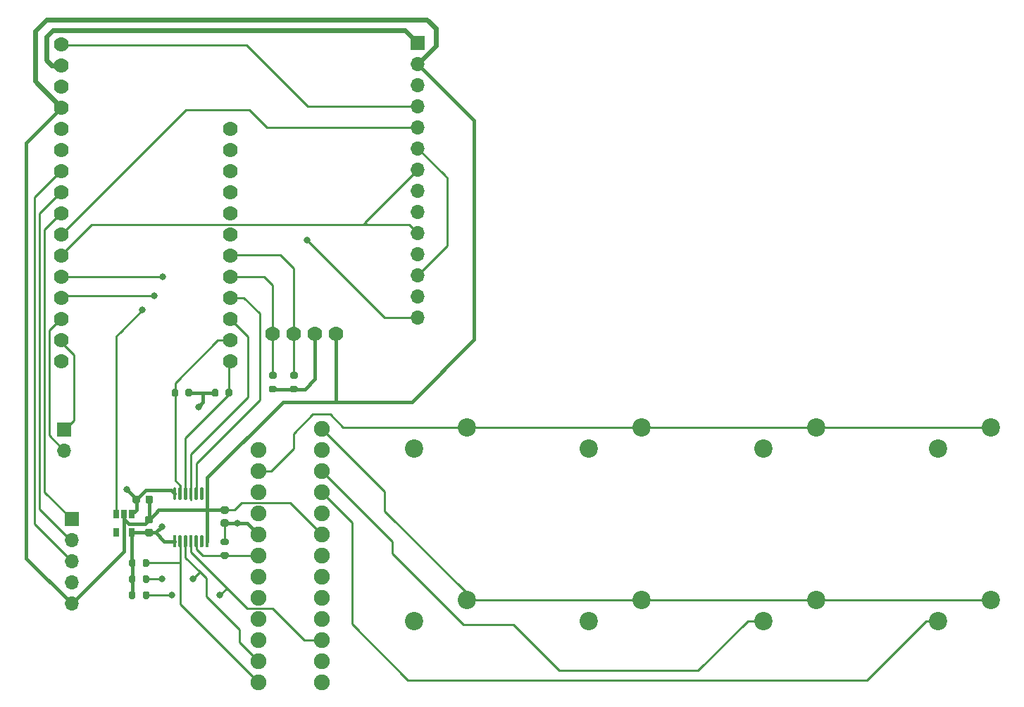
<source format=gbr>
%TF.GenerationSoftware,KiCad,Pcbnew,(5.1.9)-1*%
%TF.CreationDate,2021-03-23T20:34:14-07:00*%
%TF.ProjectId,Keyboard Proto,4b657962-6f61-4726-9420-50726f746f2e,rev?*%
%TF.SameCoordinates,Original*%
%TF.FileFunction,Copper,L1,Top*%
%TF.FilePolarity,Positive*%
%FSLAX46Y46*%
G04 Gerber Fmt 4.6, Leading zero omitted, Abs format (unit mm)*
G04 Created by KiCad (PCBNEW (5.1.9)-1) date 2021-03-23 20:34:14*
%MOMM*%
%LPD*%
G01*
G04 APERTURE LIST*
%TA.AperFunction,ComponentPad*%
%ADD10C,1.900000*%
%TD*%
%TA.AperFunction,ComponentPad*%
%ADD11C,2.200000*%
%TD*%
%TA.AperFunction,ComponentPad*%
%ADD12R,1.700000X1.700000*%
%TD*%
%TA.AperFunction,ComponentPad*%
%ADD13O,1.700000X1.700000*%
%TD*%
%TA.AperFunction,SMDPad,CuDef*%
%ADD14R,0.650000X1.060000*%
%TD*%
%TA.AperFunction,ComponentPad*%
%ADD15C,1.778000*%
%TD*%
%TA.AperFunction,ViaPad*%
%ADD16C,0.800000*%
%TD*%
%TA.AperFunction,Conductor*%
%ADD17C,0.250000*%
%TD*%
%TA.AperFunction,Conductor*%
%ADD18C,0.400000*%
%TD*%
%TA.AperFunction,Conductor*%
%ADD19C,0.600000*%
%TD*%
%TA.AperFunction,Conductor*%
%ADD20C,0.127000*%
%TD*%
G04 APERTURE END LIST*
D10*
%TO.P,U4,A1*%
%TO.N,Net-(U4-PadA1)*%
X127190500Y-136144000D03*
%TO.P,U4,A2*%
%TO.N,Net-(U4-PadA2)*%
X127190500Y-133604000D03*
%TO.P,U4,A3*%
%TO.N,1V8_RST*%
X127190500Y-131064000D03*
%TO.P,U4,B1*%
%TO.N,Net-(U4-PadB1)*%
X127190500Y-128524000D03*
%TO.P,U4,B2*%
%TO.N,Net-(U4-PadB2)*%
X127190500Y-125984000D03*
%TO.P,U4,C1*%
%TO.N,Net-(U4-PadC1)*%
X127190500Y-123444000D03*
%TO.P,U4,C2*%
%TO.N,Net-(U4-PadC2)*%
X127190500Y-120904000D03*
%TO.P,U4,C3*%
%TO.N,GND*%
X127190500Y-118364000D03*
%TO.P,U4,D1*%
%TO.N,Net-(U4-PadD1)*%
X127190500Y-115824000D03*
%TO.P,U4,D2*%
%TO.N,COL0*%
X127190500Y-113284000D03*
%TO.P,U4,E1*%
%TO.N,COL1*%
X127190500Y-110744000D03*
%TO.P,U4,E2*%
%TO.N,Net-(U4-PadE2)*%
X127190500Y-108204000D03*
%TO.P,U4,E3*%
%TO.N,ROW1*%
X127190500Y-105664000D03*
%TO.P,U4,A4*%
%TO.N,1V8_SCL*%
X119570500Y-136144000D03*
%TO.P,U4,A5*%
%TO.N,1V8_SDA*%
X119570500Y-133604000D03*
%TO.P,U4,B3*%
%TO.N,Net-(U4-PadB3)*%
X119570500Y-131064000D03*
%TO.P,U4,B4*%
%TO.N,COL2*%
X119570500Y-128524000D03*
%TO.P,U4,B5*%
%TO.N,COL3*%
X119570500Y-125984000D03*
%TO.P,U4,C4*%
%TO.N,Net-(U4-PadC4)*%
X119570500Y-123444000D03*
%TO.P,U4,C5*%
%TO.N,1V8_KBDINT*%
X119570500Y-120904000D03*
%TO.P,U4,D3*%
%TO.N,1V8*%
X119570500Y-118364000D03*
%TO.P,U4,D4*%
%TO.N,Net-(U4-PadD4)*%
X119570500Y-115824000D03*
%TO.P,U4,D5*%
%TO.N,Net-(U4-PadD5)*%
X119570500Y-113284000D03*
%TO.P,U4,E4*%
%TO.N,ROW0*%
X119570500Y-110744000D03*
%TO.P,U4,E5*%
%TO.N,Net-(U4-PadE5)*%
X119570500Y-108204000D03*
%TD*%
%TO.P,R6,1*%
%TO.N,1V8_SDA*%
%TA.AperFunction,SMDPad,CuDef*%
G36*
G01*
X106444500Y-123454750D02*
X106444500Y-124004750D01*
G75*
G02*
X106244500Y-124204750I-200000J0D01*
G01*
X105844500Y-124204750D01*
G75*
G02*
X105644500Y-124004750I0J200000D01*
G01*
X105644500Y-123454750D01*
G75*
G02*
X105844500Y-123254750I200000J0D01*
G01*
X106244500Y-123254750D01*
G75*
G02*
X106444500Y-123454750I0J-200000D01*
G01*
G37*
%TD.AperFunction*%
%TO.P,R6,2*%
%TO.N,1V8*%
%TA.AperFunction,SMDPad,CuDef*%
G36*
G01*
X104794500Y-123454750D02*
X104794500Y-124004750D01*
G75*
G02*
X104594500Y-124204750I-200000J0D01*
G01*
X104194500Y-124204750D01*
G75*
G02*
X103994500Y-124004750I0J200000D01*
G01*
X103994500Y-123454750D01*
G75*
G02*
X104194500Y-123254750I200000J0D01*
G01*
X104594500Y-123254750D01*
G75*
G02*
X104794500Y-123454750I0J-200000D01*
G01*
G37*
%TD.AperFunction*%
%TD*%
D11*
%TO.P,Q1,1*%
%TO.N,ROW0*%
X165608000Y-105486200D03*
%TO.P,Q1,2*%
%TO.N,COL2*%
X159258000Y-108026200D03*
%TD*%
%TO.P,R7,1*%
%TO.N,SDA*%
%TA.AperFunction,SMDPad,CuDef*%
G36*
G01*
X121010000Y-98851000D02*
X121560000Y-98851000D01*
G75*
G02*
X121760000Y-99051000I0J-200000D01*
G01*
X121760000Y-99451000D01*
G75*
G02*
X121560000Y-99651000I-200000J0D01*
G01*
X121010000Y-99651000D01*
G75*
G02*
X120810000Y-99451000I0J200000D01*
G01*
X120810000Y-99051000D01*
G75*
G02*
X121010000Y-98851000I200000J0D01*
G01*
G37*
%TD.AperFunction*%
%TO.P,R7,2*%
%TO.N,3V3*%
%TA.AperFunction,SMDPad,CuDef*%
G36*
G01*
X121010000Y-100501000D02*
X121560000Y-100501000D01*
G75*
G02*
X121760000Y-100701000I0J-200000D01*
G01*
X121760000Y-101101000D01*
G75*
G02*
X121560000Y-101301000I-200000J0D01*
G01*
X121010000Y-101301000D01*
G75*
G02*
X120810000Y-101101000I0J200000D01*
G01*
X120810000Y-100701000D01*
G75*
G02*
X121010000Y-100501000I200000J0D01*
G01*
G37*
%TD.AperFunction*%
%TD*%
%TO.P,R8,2*%
%TO.N,3V3*%
%TA.AperFunction,SMDPad,CuDef*%
G36*
G01*
X123550000Y-100501000D02*
X124100000Y-100501000D01*
G75*
G02*
X124300000Y-100701000I0J-200000D01*
G01*
X124300000Y-101101000D01*
G75*
G02*
X124100000Y-101301000I-200000J0D01*
G01*
X123550000Y-101301000D01*
G75*
G02*
X123350000Y-101101000I0J200000D01*
G01*
X123350000Y-100701000D01*
G75*
G02*
X123550000Y-100501000I200000J0D01*
G01*
G37*
%TD.AperFunction*%
%TO.P,R8,1*%
%TO.N,SCL*%
%TA.AperFunction,SMDPad,CuDef*%
G36*
G01*
X123550000Y-98851000D02*
X124100000Y-98851000D01*
G75*
G02*
X124300000Y-99051000I0J-200000D01*
G01*
X124300000Y-99451000D01*
G75*
G02*
X124100000Y-99651000I-200000J0D01*
G01*
X123550000Y-99651000D01*
G75*
G02*
X123350000Y-99451000I0J200000D01*
G01*
X123350000Y-99051000D01*
G75*
G02*
X123550000Y-98851000I200000J0D01*
G01*
G37*
%TD.AperFunction*%
%TD*%
%TO.P,A1,2*%
%TO.N,COL2*%
X159258000Y-128752600D03*
%TO.P,A1,1*%
%TO.N,ROW1*%
X165608000Y-126212600D03*
%TD*%
%TO.P,D1,2*%
%TO.N,COL0*%
X201269600Y-128752600D03*
%TO.P,D1,1*%
%TO.N,ROW1*%
X207619600Y-126212600D03*
%TD*%
%TO.P,Shift1,1*%
%TO.N,ROW0*%
X144602200Y-105486200D03*
%TO.P,Shift1,2*%
%TO.N,COL3*%
X138252200Y-108026200D03*
%TD*%
%TO.P,Ctrl1,2*%
%TO.N,COL3*%
X138252200Y-128752600D03*
%TO.P,Ctrl1,1*%
%TO.N,ROW1*%
X144602200Y-126212600D03*
%TD*%
%TO.P,S1,1*%
%TO.N,ROW1*%
X186613800Y-126212600D03*
%TO.P,S1,2*%
%TO.N,COL1*%
X180263800Y-128752600D03*
%TD*%
%TO.P,E1,1*%
%TO.N,ROW0*%
X207619600Y-105486200D03*
%TO.P,E1,2*%
%TO.N,COL0*%
X201269600Y-108026200D03*
%TD*%
%TO.P,W1,2*%
%TO.N,COL1*%
X180263800Y-108026200D03*
%TO.P,W1,1*%
%TO.N,ROW0*%
X186613800Y-105486200D03*
%TD*%
D12*
%TO.P,J1,1*%
%TO.N,3V3*%
X138734800Y-59283600D03*
D13*
%TO.P,J1,2*%
%TO.N,GND*%
X138734800Y-61823600D03*
%TO.P,J1,3*%
%TO.N,D_CS*%
X138734800Y-64363600D03*
%TO.P,J1,4*%
%TO.N,RST*%
X138734800Y-66903600D03*
%TO.P,J1,5*%
%TO.N,D_DC*%
X138734800Y-69443600D03*
%TO.P,J1,6*%
%TO.N,MOSI*%
X138734800Y-71983600D03*
%TO.P,J1,7*%
%TO.N,SCK*%
X138734800Y-74523600D03*
%TO.P,J1,8*%
%TO.N,3V3*%
X138734800Y-77063600D03*
%TO.P,J1,9*%
%TO.N,MISO*%
X138734800Y-79603600D03*
%TO.P,J1,10*%
%TO.N,SCK*%
X138734800Y-82143600D03*
%TO.P,J1,11*%
%TO.N,T_CS*%
X138734800Y-84683600D03*
%TO.P,J1,12*%
%TO.N,MOSI*%
X138734800Y-87223600D03*
%TO.P,J1,13*%
%TO.N,MISO*%
X138734800Y-89763600D03*
%TO.P,J1,14*%
%TO.N,T_IRQ*%
X138734800Y-92303600D03*
%TD*%
%TO.P,C1,1*%
%TO.N,3V3*%
%TA.AperFunction,SMDPad,CuDef*%
G36*
G01*
X104439000Y-114423000D02*
X104439000Y-113923000D01*
G75*
G02*
X104664000Y-113698000I225000J0D01*
G01*
X105114000Y-113698000D01*
G75*
G02*
X105339000Y-113923000I0J-225000D01*
G01*
X105339000Y-114423000D01*
G75*
G02*
X105114000Y-114648000I-225000J0D01*
G01*
X104664000Y-114648000D01*
G75*
G02*
X104439000Y-114423000I0J225000D01*
G01*
G37*
%TD.AperFunction*%
%TO.P,C1,2*%
%TO.N,GND*%
%TA.AperFunction,SMDPad,CuDef*%
G36*
G01*
X105989000Y-114423000D02*
X105989000Y-113923000D01*
G75*
G02*
X106214000Y-113698000I225000J0D01*
G01*
X106664000Y-113698000D01*
G75*
G02*
X106889000Y-113923000I0J-225000D01*
G01*
X106889000Y-114423000D01*
G75*
G02*
X106664000Y-114648000I-225000J0D01*
G01*
X106214000Y-114648000D01*
G75*
G02*
X105989000Y-114423000I0J225000D01*
G01*
G37*
%TD.AperFunction*%
%TD*%
%TO.P,C2,2*%
%TO.N,GND*%
%TA.AperFunction,SMDPad,CuDef*%
G36*
G01*
X106663300Y-117048400D02*
X106163300Y-117048400D01*
G75*
G02*
X105938300Y-116823400I0J225000D01*
G01*
X105938300Y-116373400D01*
G75*
G02*
X106163300Y-116148400I225000J0D01*
G01*
X106663300Y-116148400D01*
G75*
G02*
X106888300Y-116373400I0J-225000D01*
G01*
X106888300Y-116823400D01*
G75*
G02*
X106663300Y-117048400I-225000J0D01*
G01*
G37*
%TD.AperFunction*%
%TO.P,C2,1*%
%TO.N,1V8*%
%TA.AperFunction,SMDPad,CuDef*%
G36*
G01*
X106663300Y-118598400D02*
X106163300Y-118598400D01*
G75*
G02*
X105938300Y-118373400I0J225000D01*
G01*
X105938300Y-117923400D01*
G75*
G02*
X106163300Y-117698400I225000J0D01*
G01*
X106663300Y-117698400D01*
G75*
G02*
X106888300Y-117923400I0J-225000D01*
G01*
X106888300Y-118373400D01*
G75*
G02*
X106663300Y-118598400I-225000J0D01*
G01*
G37*
%TD.AperFunction*%
%TD*%
%TO.P,R1,2*%
%TO.N,1V8*%
%TA.AperFunction,SMDPad,CuDef*%
G36*
G01*
X104794500Y-125391500D02*
X104794500Y-125941500D01*
G75*
G02*
X104594500Y-126141500I-200000J0D01*
G01*
X104194500Y-126141500D01*
G75*
G02*
X103994500Y-125941500I0J200000D01*
G01*
X103994500Y-125391500D01*
G75*
G02*
X104194500Y-125191500I200000J0D01*
G01*
X104594500Y-125191500D01*
G75*
G02*
X104794500Y-125391500I0J-200000D01*
G01*
G37*
%TD.AperFunction*%
%TO.P,R1,1*%
%TO.N,1V8_RST*%
%TA.AperFunction,SMDPad,CuDef*%
G36*
G01*
X106444500Y-125391500D02*
X106444500Y-125941500D01*
G75*
G02*
X106244500Y-126141500I-200000J0D01*
G01*
X105844500Y-126141500D01*
G75*
G02*
X105644500Y-125941500I0J200000D01*
G01*
X105644500Y-125391500D01*
G75*
G02*
X105844500Y-125191500I200000J0D01*
G01*
X106244500Y-125191500D01*
G75*
G02*
X106444500Y-125391500I0J-200000D01*
G01*
G37*
%TD.AperFunction*%
%TD*%
%TO.P,R2,1*%
%TO.N,3V3_SCL*%
%TA.AperFunction,SMDPad,CuDef*%
G36*
G01*
X109138000Y-101621000D02*
X109138000Y-101071000D01*
G75*
G02*
X109338000Y-100871000I200000J0D01*
G01*
X109738000Y-100871000D01*
G75*
G02*
X109938000Y-101071000I0J-200000D01*
G01*
X109938000Y-101621000D01*
G75*
G02*
X109738000Y-101821000I-200000J0D01*
G01*
X109338000Y-101821000D01*
G75*
G02*
X109138000Y-101621000I0J200000D01*
G01*
G37*
%TD.AperFunction*%
%TO.P,R2,2*%
%TO.N,3V3*%
%TA.AperFunction,SMDPad,CuDef*%
G36*
G01*
X110788000Y-101621000D02*
X110788000Y-101071000D01*
G75*
G02*
X110988000Y-100871000I200000J0D01*
G01*
X111388000Y-100871000D01*
G75*
G02*
X111588000Y-101071000I0J-200000D01*
G01*
X111588000Y-101621000D01*
G75*
G02*
X111388000Y-101821000I-200000J0D01*
G01*
X110988000Y-101821000D01*
G75*
G02*
X110788000Y-101621000I0J200000D01*
G01*
G37*
%TD.AperFunction*%
%TD*%
%TO.P,R3,1*%
%TO.N,1V8_KBDINT*%
%TA.AperFunction,SMDPad,CuDef*%
G36*
G01*
X115781500Y-121303500D02*
X115231500Y-121303500D01*
G75*
G02*
X115031500Y-121103500I0J200000D01*
G01*
X115031500Y-120703500D01*
G75*
G02*
X115231500Y-120503500I200000J0D01*
G01*
X115781500Y-120503500D01*
G75*
G02*
X115981500Y-120703500I0J-200000D01*
G01*
X115981500Y-121103500D01*
G75*
G02*
X115781500Y-121303500I-200000J0D01*
G01*
G37*
%TD.AperFunction*%
%TO.P,R3,2*%
%TO.N,1V8*%
%TA.AperFunction,SMDPad,CuDef*%
G36*
G01*
X115781500Y-119653500D02*
X115231500Y-119653500D01*
G75*
G02*
X115031500Y-119453500I0J200000D01*
G01*
X115031500Y-119053500D01*
G75*
G02*
X115231500Y-118853500I200000J0D01*
G01*
X115781500Y-118853500D01*
G75*
G02*
X115981500Y-119053500I0J-200000D01*
G01*
X115981500Y-119453500D01*
G75*
G02*
X115781500Y-119653500I-200000J0D01*
G01*
G37*
%TD.AperFunction*%
%TD*%
%TO.P,R4,2*%
%TO.N,3V3*%
%TA.AperFunction,SMDPad,CuDef*%
G36*
G01*
X114764000Y-101071000D02*
X114764000Y-101621000D01*
G75*
G02*
X114564000Y-101821000I-200000J0D01*
G01*
X114164000Y-101821000D01*
G75*
G02*
X113964000Y-101621000I0J200000D01*
G01*
X113964000Y-101071000D01*
G75*
G02*
X114164000Y-100871000I200000J0D01*
G01*
X114564000Y-100871000D01*
G75*
G02*
X114764000Y-101071000I0J-200000D01*
G01*
G37*
%TD.AperFunction*%
%TO.P,R4,1*%
%TO.N,3V3_SDA*%
%TA.AperFunction,SMDPad,CuDef*%
G36*
G01*
X116414000Y-101071000D02*
X116414000Y-101621000D01*
G75*
G02*
X116214000Y-101821000I-200000J0D01*
G01*
X115814000Y-101821000D01*
G75*
G02*
X115614000Y-101621000I0J200000D01*
G01*
X115614000Y-101071000D01*
G75*
G02*
X115814000Y-100871000I200000J0D01*
G01*
X116214000Y-100871000D01*
G75*
G02*
X116414000Y-101071000I0J-200000D01*
G01*
G37*
%TD.AperFunction*%
%TD*%
%TO.P,R5,2*%
%TO.N,1V8*%
%TA.AperFunction,SMDPad,CuDef*%
G36*
G01*
X104794500Y-121518000D02*
X104794500Y-122068000D01*
G75*
G02*
X104594500Y-122268000I-200000J0D01*
G01*
X104194500Y-122268000D01*
G75*
G02*
X103994500Y-122068000I0J200000D01*
G01*
X103994500Y-121518000D01*
G75*
G02*
X104194500Y-121318000I200000J0D01*
G01*
X104594500Y-121318000D01*
G75*
G02*
X104794500Y-121518000I0J-200000D01*
G01*
G37*
%TD.AperFunction*%
%TO.P,R5,1*%
%TO.N,1V8_SCL*%
%TA.AperFunction,SMDPad,CuDef*%
G36*
G01*
X106444500Y-121518000D02*
X106444500Y-122068000D01*
G75*
G02*
X106244500Y-122268000I-200000J0D01*
G01*
X105844500Y-122268000D01*
G75*
G02*
X105644500Y-122068000I0J200000D01*
G01*
X105644500Y-121518000D01*
G75*
G02*
X105844500Y-121318000I200000J0D01*
G01*
X106244500Y-121318000D01*
G75*
G02*
X106444500Y-121518000I0J-200000D01*
G01*
G37*
%TD.AperFunction*%
%TD*%
%TO.P,U2,1*%
%TO.N,1V8*%
%TA.AperFunction,SMDPad,CuDef*%
G36*
G01*
X109592500Y-119932000D02*
X109392500Y-119932000D01*
G75*
G02*
X109292500Y-119832000I0J100000D01*
G01*
X109292500Y-118557000D01*
G75*
G02*
X109392500Y-118457000I100000J0D01*
G01*
X109592500Y-118457000D01*
G75*
G02*
X109692500Y-118557000I0J-100000D01*
G01*
X109692500Y-119832000D01*
G75*
G02*
X109592500Y-119932000I-100000J0D01*
G01*
G37*
%TD.AperFunction*%
%TO.P,U2,2*%
%TO.N,1V8_SCL*%
%TA.AperFunction,SMDPad,CuDef*%
G36*
G01*
X110242500Y-119932000D02*
X110042500Y-119932000D01*
G75*
G02*
X109942500Y-119832000I0J100000D01*
G01*
X109942500Y-118557000D01*
G75*
G02*
X110042500Y-118457000I100000J0D01*
G01*
X110242500Y-118457000D01*
G75*
G02*
X110342500Y-118557000I0J-100000D01*
G01*
X110342500Y-119832000D01*
G75*
G02*
X110242500Y-119932000I-100000J0D01*
G01*
G37*
%TD.AperFunction*%
%TO.P,U2,3*%
%TO.N,1V8_SDA*%
%TA.AperFunction,SMDPad,CuDef*%
G36*
G01*
X110892500Y-119932000D02*
X110692500Y-119932000D01*
G75*
G02*
X110592500Y-119832000I0J100000D01*
G01*
X110592500Y-118557000D01*
G75*
G02*
X110692500Y-118457000I100000J0D01*
G01*
X110892500Y-118457000D01*
G75*
G02*
X110992500Y-118557000I0J-100000D01*
G01*
X110992500Y-119832000D01*
G75*
G02*
X110892500Y-119932000I-100000J0D01*
G01*
G37*
%TD.AperFunction*%
%TO.P,U2,4*%
%TO.N,1V8_RST*%
%TA.AperFunction,SMDPad,CuDef*%
G36*
G01*
X111542500Y-119932000D02*
X111342500Y-119932000D01*
G75*
G02*
X111242500Y-119832000I0J100000D01*
G01*
X111242500Y-118557000D01*
G75*
G02*
X111342500Y-118457000I100000J0D01*
G01*
X111542500Y-118457000D01*
G75*
G02*
X111642500Y-118557000I0J-100000D01*
G01*
X111642500Y-119832000D01*
G75*
G02*
X111542500Y-119932000I-100000J0D01*
G01*
G37*
%TD.AperFunction*%
%TO.P,U2,5*%
%TO.N,1V8_KBDINT*%
%TA.AperFunction,SMDPad,CuDef*%
G36*
G01*
X112192500Y-119932000D02*
X111992500Y-119932000D01*
G75*
G02*
X111892500Y-119832000I0J100000D01*
G01*
X111892500Y-118557000D01*
G75*
G02*
X111992500Y-118457000I100000J0D01*
G01*
X112192500Y-118457000D01*
G75*
G02*
X112292500Y-118557000I0J-100000D01*
G01*
X112292500Y-119832000D01*
G75*
G02*
X112192500Y-119932000I-100000J0D01*
G01*
G37*
%TD.AperFunction*%
%TO.P,U2,6*%
%TO.N,Net-(U2-Pad6)*%
%TA.AperFunction,SMDPad,CuDef*%
G36*
G01*
X112842500Y-119932000D02*
X112642500Y-119932000D01*
G75*
G02*
X112542500Y-119832000I0J100000D01*
G01*
X112542500Y-118557000D01*
G75*
G02*
X112642500Y-118457000I100000J0D01*
G01*
X112842500Y-118457000D01*
G75*
G02*
X112942500Y-118557000I0J-100000D01*
G01*
X112942500Y-119832000D01*
G75*
G02*
X112842500Y-119932000I-100000J0D01*
G01*
G37*
%TD.AperFunction*%
%TO.P,U2,7*%
%TO.N,GND*%
%TA.AperFunction,SMDPad,CuDef*%
G36*
G01*
X113492500Y-119932000D02*
X113292500Y-119932000D01*
G75*
G02*
X113192500Y-119832000I0J100000D01*
G01*
X113192500Y-118557000D01*
G75*
G02*
X113292500Y-118457000I100000J0D01*
G01*
X113492500Y-118457000D01*
G75*
G02*
X113592500Y-118557000I0J-100000D01*
G01*
X113592500Y-119832000D01*
G75*
G02*
X113492500Y-119932000I-100000J0D01*
G01*
G37*
%TD.AperFunction*%
%TO.P,U2,8*%
%TA.AperFunction,SMDPad,CuDef*%
G36*
G01*
X113492500Y-114207000D02*
X113292500Y-114207000D01*
G75*
G02*
X113192500Y-114107000I0J100000D01*
G01*
X113192500Y-112832000D01*
G75*
G02*
X113292500Y-112732000I100000J0D01*
G01*
X113492500Y-112732000D01*
G75*
G02*
X113592500Y-112832000I0J-100000D01*
G01*
X113592500Y-114107000D01*
G75*
G02*
X113492500Y-114207000I-100000J0D01*
G01*
G37*
%TD.AperFunction*%
%TO.P,U2,9*%
%TO.N,Net-(U2-Pad9)*%
%TA.AperFunction,SMDPad,CuDef*%
G36*
G01*
X112842500Y-114207000D02*
X112642500Y-114207000D01*
G75*
G02*
X112542500Y-114107000I0J100000D01*
G01*
X112542500Y-112832000D01*
G75*
G02*
X112642500Y-112732000I100000J0D01*
G01*
X112842500Y-112732000D01*
G75*
G02*
X112942500Y-112832000I0J-100000D01*
G01*
X112942500Y-114107000D01*
G75*
G02*
X112842500Y-114207000I-100000J0D01*
G01*
G37*
%TD.AperFunction*%
%TO.P,U2,10*%
%TO.N,3V3_KBDINT*%
%TA.AperFunction,SMDPad,CuDef*%
G36*
G01*
X112192500Y-114207000D02*
X111992500Y-114207000D01*
G75*
G02*
X111892500Y-114107000I0J100000D01*
G01*
X111892500Y-112832000D01*
G75*
G02*
X111992500Y-112732000I100000J0D01*
G01*
X112192500Y-112732000D01*
G75*
G02*
X112292500Y-112832000I0J-100000D01*
G01*
X112292500Y-114107000D01*
G75*
G02*
X112192500Y-114207000I-100000J0D01*
G01*
G37*
%TD.AperFunction*%
%TO.P,U2,11*%
%TO.N,3V3_RST*%
%TA.AperFunction,SMDPad,CuDef*%
G36*
G01*
X111542500Y-114207000D02*
X111342500Y-114207000D01*
G75*
G02*
X111242500Y-114107000I0J100000D01*
G01*
X111242500Y-112832000D01*
G75*
G02*
X111342500Y-112732000I100000J0D01*
G01*
X111542500Y-112732000D01*
G75*
G02*
X111642500Y-112832000I0J-100000D01*
G01*
X111642500Y-114107000D01*
G75*
G02*
X111542500Y-114207000I-100000J0D01*
G01*
G37*
%TD.AperFunction*%
%TO.P,U2,12*%
%TO.N,3V3_SDA*%
%TA.AperFunction,SMDPad,CuDef*%
G36*
G01*
X110892500Y-114207000D02*
X110692500Y-114207000D01*
G75*
G02*
X110592500Y-114107000I0J100000D01*
G01*
X110592500Y-112832000D01*
G75*
G02*
X110692500Y-112732000I100000J0D01*
G01*
X110892500Y-112732000D01*
G75*
G02*
X110992500Y-112832000I0J-100000D01*
G01*
X110992500Y-114107000D01*
G75*
G02*
X110892500Y-114207000I-100000J0D01*
G01*
G37*
%TD.AperFunction*%
%TO.P,U2,13*%
%TO.N,3V3_SCL*%
%TA.AperFunction,SMDPad,CuDef*%
G36*
G01*
X110242500Y-114207000D02*
X110042500Y-114207000D01*
G75*
G02*
X109942500Y-114107000I0J100000D01*
G01*
X109942500Y-112832000D01*
G75*
G02*
X110042500Y-112732000I100000J0D01*
G01*
X110242500Y-112732000D01*
G75*
G02*
X110342500Y-112832000I0J-100000D01*
G01*
X110342500Y-114107000D01*
G75*
G02*
X110242500Y-114207000I-100000J0D01*
G01*
G37*
%TD.AperFunction*%
%TO.P,U2,14*%
%TO.N,3V3*%
%TA.AperFunction,SMDPad,CuDef*%
G36*
G01*
X109592500Y-114207000D02*
X109392500Y-114207000D01*
G75*
G02*
X109292500Y-114107000I0J100000D01*
G01*
X109292500Y-112832000D01*
G75*
G02*
X109392500Y-112732000I100000J0D01*
G01*
X109592500Y-112732000D01*
G75*
G02*
X109692500Y-112832000I0J-100000D01*
G01*
X109692500Y-114107000D01*
G75*
G02*
X109592500Y-114207000I-100000J0D01*
G01*
G37*
%TD.AperFunction*%
%TD*%
D14*
%TO.P,U3,1*%
%TO.N,3V3*%
X104353400Y-115943200D03*
%TO.P,U3,2*%
%TO.N,GND*%
X103403400Y-115943200D03*
%TO.P,U3,3*%
%TO.N,EN*%
X102453400Y-115943200D03*
%TO.P,U3,4*%
%TO.N,Net-(U3-Pad4)*%
X102453400Y-118143200D03*
%TO.P,U3,5*%
%TO.N,1V8*%
X104353400Y-118143200D03*
%TD*%
D12*
%TO.P,J2,1*%
%TO.N,Net-(J2-Pad1)*%
X96215200Y-105752900D03*
D13*
%TO.P,J2,2*%
%TO.N,Net-(J2-Pad2)*%
X96215200Y-108292900D03*
%TD*%
D12*
%TO.P,J3,1*%
%TO.N,Enc_CLK*%
X97104200Y-116535200D03*
D13*
%TO.P,J3,2*%
%TO.N,Enc_DT*%
X97104200Y-119075200D03*
%TO.P,J3,3*%
%TO.N,Enc_SW*%
X97104200Y-121615200D03*
%TO.P,J3,4*%
%TO.N,3V3*%
X97104200Y-124155200D03*
%TO.P,J3,5*%
%TO.N,GND*%
X97104200Y-126695200D03*
%TD*%
D15*
%TO.P,U1,1*%
%TO.N,SDA*%
X121285000Y-94234000D03*
%TO.P,U1,2*%
%TO.N,SCL*%
X123825000Y-94234000D03*
%TO.P,U1,3*%
%TO.N,3V3*%
X126365000Y-94234000D03*
%TO.P,U1,4*%
%TO.N,GND*%
X128905000Y-94234000D03*
%TD*%
%TO.P,U5,17*%
%TO.N,3V3_SDA*%
X116205000Y-97536000D03*
%TO.P,U5,18*%
%TO.N,3V3_SCL*%
X116205000Y-94996000D03*
%TO.P,U5,19*%
%TO.N,3V3_RST*%
X116205000Y-92456000D03*
%TO.P,U5,20*%
%TO.N,3V3_KBDINT*%
X116205000Y-89916000D03*
%TO.P,U5,21*%
%TO.N,SDA*%
X116205000Y-87376000D03*
%TO.P,U5,22*%
%TO.N,SCL*%
X116205000Y-84836000D03*
%TO.P,U5,23*%
%TO.N,D_CS*%
X116205000Y-82296000D03*
%TO.P,U5,24*%
%TO.N,T_CS*%
X116205000Y-79756000D03*
%TO.P,U5,25*%
%TO.N,T_IRQ*%
X116205000Y-77216000D03*
%TO.P,U5,26*%
%TO.N,Net-(U5-Pad26)*%
X116205000Y-74676000D03*
%TO.P,U5,27*%
%TO.N,EN*%
X116205000Y-72136000D03*
%TO.P,U5,28*%
%TO.N,Net-(U5-Pad28)*%
X116205000Y-69596000D03*
%TO.P,U5,16*%
%TO.N,Net-(U5-Pad16)*%
X95885000Y-97536000D03*
%TO.P,U5,15*%
%TO.N,Net-(J2-Pad1)*%
X95885000Y-94996000D03*
%TO.P,U5,14*%
%TO.N,Net-(J2-Pad2)*%
X95885000Y-92456000D03*
%TO.P,U5,13*%
%TO.N,MISO*%
X95885000Y-89916000D03*
%TO.P,U5,12*%
%TO.N,MOSI*%
X95885000Y-87376000D03*
%TO.P,U5,11*%
%TO.N,SCK*%
X95885000Y-84836000D03*
%TO.P,U5,10*%
%TO.N,D_DC*%
X95885000Y-82296000D03*
%TO.P,U5,9*%
%TO.N,Enc_CLK*%
X95885000Y-79756000D03*
%TO.P,U5,8*%
%TO.N,Enc_DT*%
X95885000Y-77216000D03*
%TO.P,U5,7*%
%TO.N,Enc_SW*%
X95885000Y-74676000D03*
%TO.P,U5,6*%
%TO.N,Net-(U5-Pad6)*%
X95885000Y-72136000D03*
%TO.P,U5,5*%
%TO.N,Net-(U5-Pad5)*%
X95885000Y-69596000D03*
%TO.P,U5,4*%
%TO.N,GND*%
X95885000Y-67056000D03*
%TO.P,U5,3*%
%TO.N,Net-(U5-Pad3)*%
X95885000Y-64516000D03*
%TO.P,U5,2*%
%TO.N,3V3*%
X95885000Y-61976000D03*
%TO.P,U5,1*%
%TO.N,RST*%
X95885000Y-59436000D03*
%TD*%
%TO.P,C3,1*%
%TO.N,GND*%
%TA.AperFunction,SMDPad,CuDef*%
G36*
G01*
X115256500Y-114993000D02*
X115756500Y-114993000D01*
G75*
G02*
X115981500Y-115218000I0J-225000D01*
G01*
X115981500Y-115668000D01*
G75*
G02*
X115756500Y-115893000I-225000J0D01*
G01*
X115256500Y-115893000D01*
G75*
G02*
X115031500Y-115668000I0J225000D01*
G01*
X115031500Y-115218000D01*
G75*
G02*
X115256500Y-114993000I225000J0D01*
G01*
G37*
%TD.AperFunction*%
%TO.P,C3,2*%
%TO.N,1V8*%
%TA.AperFunction,SMDPad,CuDef*%
G36*
G01*
X115256500Y-116543000D02*
X115756500Y-116543000D01*
G75*
G02*
X115981500Y-116768000I0J-225000D01*
G01*
X115981500Y-117218000D01*
G75*
G02*
X115756500Y-117443000I-225000J0D01*
G01*
X115256500Y-117443000D01*
G75*
G02*
X115031500Y-117218000I0J225000D01*
G01*
X115031500Y-116768000D01*
G75*
G02*
X115256500Y-116543000I225000J0D01*
G01*
G37*
%TD.AperFunction*%
%TD*%
D16*
%TO.N,T_IRQ*%
X125399800Y-83007200D03*
%TO.N,MISO*%
X107061000Y-89662000D03*
%TO.N,MOSI*%
X108077000Y-87376000D03*
%TO.N,3V3*%
X103695500Y-112966500D03*
X112331500Y-103060500D03*
%TO.N,1V8*%
X107950000Y-117411500D03*
X117056500Y-116993000D03*
%TO.N,1V8_RST*%
X109156500Y-125666500D03*
X114935000Y-125666500D03*
%TO.N,1V8_SDA*%
X107950000Y-123698000D03*
X111696500Y-123698000D03*
%TO.N,EN*%
X105613200Y-91363800D03*
%TD*%
D17*
%TO.N,ROW0*%
X144602200Y-105486200D02*
X165608000Y-105486200D01*
X165608000Y-105486200D02*
X186613800Y-105486200D01*
X186613800Y-105486200D02*
X207619600Y-105486200D01*
X119570500Y-110490000D02*
X119570500Y-110744000D01*
X129743200Y-105486200D02*
X144602200Y-105486200D01*
X128174750Y-103917750D02*
X129743200Y-105486200D01*
X123761500Y-106235500D02*
X126079250Y-103917750D01*
X126079250Y-103917750D02*
X128174750Y-103917750D01*
X123761500Y-108077000D02*
X123761500Y-106235500D01*
X121094500Y-110744000D02*
X123761500Y-108077000D01*
X119570500Y-110744000D02*
X121094500Y-110744000D01*
%TO.N,ROW1*%
X144602200Y-126212600D02*
X165608000Y-126212600D01*
X165608000Y-126212600D02*
X186613800Y-126212600D01*
X186613800Y-126212600D02*
X207619600Y-126212600D01*
X144602200Y-125425200D02*
X144602200Y-126212600D01*
X134747000Y-113220500D02*
X134747000Y-115570000D01*
X127190500Y-105664000D02*
X134747000Y-113220500D01*
X134747000Y-115570000D02*
X144602200Y-125425200D01*
%TO.N,COL1*%
X172440600Y-134696200D02*
X178384200Y-128752600D01*
X155714700Y-134696200D02*
X172440600Y-134696200D01*
X135636000Y-120624600D02*
X144208500Y-129197100D01*
X150215600Y-129197100D02*
X155714700Y-134696200D01*
X144208500Y-129197100D02*
X150215600Y-129197100D01*
X178384200Y-128752600D02*
X180263800Y-128752600D01*
X135636000Y-119189500D02*
X135636000Y-119697500D01*
X127190500Y-110744000D02*
X135636000Y-119189500D01*
X135636000Y-119697500D02*
X135636000Y-120624600D01*
%TO.N,COL0*%
X201269600Y-128752600D02*
X199796400Y-128752600D01*
X199796400Y-128752600D02*
X192684400Y-135864600D01*
X137515600Y-135864600D02*
X141452600Y-135864600D01*
X130810000Y-129159000D02*
X137515600Y-135864600D01*
X141452600Y-135864600D02*
X138366500Y-135864600D01*
X192684400Y-135864600D02*
X141452600Y-135864600D01*
X130810000Y-116903500D02*
X130810000Y-118110000D01*
X127190500Y-113284000D02*
X130810000Y-116903500D01*
X130810000Y-118110000D02*
X130810000Y-129159000D01*
%TO.N,T_IRQ*%
X134696200Y-92303600D02*
X125399800Y-83007200D01*
X138734800Y-92303600D02*
X134696200Y-92303600D01*
%TO.N,MISO*%
X96139000Y-89662000D02*
X95885000Y-89916000D01*
X107061000Y-89662000D02*
X96139000Y-89662000D01*
%TO.N,MOSI*%
X95885000Y-87376000D02*
X108077000Y-87376000D01*
X142284450Y-75533250D02*
X141897100Y-75145900D01*
X142284450Y-83673950D02*
X142284450Y-75533250D01*
X138734800Y-71983600D02*
X141897100Y-75145900D01*
X142284450Y-83673950D02*
X138734800Y-87223600D01*
%TO.N,SCK*%
X95707200Y-84912200D02*
X99504500Y-81114900D01*
X99504500Y-81114900D02*
X99898200Y-81114900D01*
X138734800Y-82143600D02*
X137706100Y-81114900D01*
X117525800Y-81114900D02*
X117983000Y-81114900D01*
X99898200Y-81114900D02*
X117525800Y-81114900D01*
X132143500Y-81114900D02*
X131356100Y-81114900D01*
X131356100Y-81114900D02*
X117525800Y-81114900D01*
X132626100Y-81114900D02*
X131356100Y-81114900D01*
X132473700Y-80962500D02*
X132626100Y-81114900D01*
X137706100Y-81114900D02*
X132626100Y-81114900D01*
X138734800Y-74523600D02*
X132473700Y-80784700D01*
X132473700Y-80784700D02*
X132473700Y-80962500D01*
X132473700Y-80784700D02*
X132143500Y-81114900D01*
%TO.N,D_CS*%
X116001800Y-82397600D02*
X116027200Y-82372200D01*
D18*
%TO.N,3V3*%
X111188000Y-101346000D02*
X112903000Y-101346000D01*
X114364000Y-101346000D02*
X112903000Y-101346000D01*
X121285500Y-100901500D02*
X121285000Y-100901000D01*
X122555000Y-100901500D02*
X121285500Y-100901500D01*
X123824500Y-100901500D02*
X123825000Y-100901000D01*
X122555000Y-100901500D02*
X123824500Y-100901500D01*
X104889000Y-115407600D02*
X104353400Y-115943200D01*
X104889000Y-114173000D02*
X104889000Y-115407600D01*
X105792500Y-113269500D02*
X104889000Y-114173000D01*
X109073000Y-113050000D02*
X106012000Y-113050000D01*
X106012000Y-113050000D02*
X105792500Y-113269500D01*
X109492500Y-113469500D02*
X109073000Y-113050000D01*
X126365000Y-94234000D02*
X126365000Y-99695000D01*
X125159000Y-100901000D02*
X123825000Y-100901000D01*
X126365000Y-99695000D02*
X125159000Y-100901000D01*
D19*
X95885000Y-61976000D02*
X94678500Y-61976000D01*
X94678500Y-61976000D02*
X94043500Y-61341000D01*
X94043500Y-61341000D02*
X94043500Y-58547000D01*
X94043500Y-58547000D02*
X94869000Y-57721500D01*
X137172700Y-57721500D02*
X138734800Y-59283600D01*
X94869000Y-57721500D02*
X137172700Y-57721500D01*
D18*
X104889000Y-114160000D02*
X103695500Y-112966500D01*
X104889000Y-114173000D02*
X104889000Y-114160000D01*
X112903000Y-102489000D02*
X112331500Y-103060500D01*
X112903000Y-101346000D02*
X112903000Y-102489000D01*
%TO.N,1V8*%
X119545400Y-118338900D02*
X119570500Y-118364000D01*
X106408100Y-118143200D02*
X106413300Y-118148400D01*
X104353400Y-118143200D02*
X106408100Y-118143200D01*
X118199500Y-116993000D02*
X119570500Y-118364000D01*
X104394500Y-123729750D02*
X104394500Y-121793000D01*
X104394500Y-125666500D02*
X104394500Y-123729750D01*
X104353400Y-121751900D02*
X104394500Y-121793000D01*
X104353400Y-118143200D02*
X104353400Y-121751900D01*
D17*
X115506500Y-119253500D02*
X115506500Y-116993000D01*
D18*
X106413300Y-118148400D02*
X107201600Y-118148400D01*
X107216400Y-118148400D02*
X108262500Y-119194500D01*
X107201600Y-118148400D02*
X107216400Y-118148400D01*
X109492500Y-119194500D02*
X108262500Y-119194500D01*
X107216400Y-118145100D02*
X107950000Y-117411500D01*
X107216400Y-118148400D02*
X107216400Y-118145100D01*
X117056500Y-116993000D02*
X118199500Y-116993000D01*
X115506500Y-116993000D02*
X117056500Y-116993000D01*
D17*
%TO.N,3V3_RST*%
X111404400Y-113507600D02*
X111404400Y-114245100D01*
X116205000Y-92456000D02*
X118300500Y-94551500D01*
X118300500Y-94551500D02*
X118300500Y-101854000D01*
X111442500Y-108712000D02*
X111442500Y-109918500D01*
X118300500Y-101854000D02*
X111442500Y-108712000D01*
X111442500Y-109918500D02*
X111442500Y-109537500D01*
X111442500Y-113469500D02*
X111442500Y-109918500D01*
%TO.N,1V8_RST*%
X125095000Y-131064000D02*
X127190500Y-131064000D01*
X118173500Y-127254000D02*
X121285000Y-127254000D01*
X121285000Y-127254000D02*
X125095000Y-131064000D01*
X111442500Y-119194500D02*
X111442500Y-120523000D01*
X106044500Y-125666500D02*
X109156500Y-125666500D01*
X115728750Y-124872750D02*
X115728750Y-124809250D01*
X114935000Y-125666500D02*
X115728750Y-124872750D01*
X115728750Y-124809250D02*
X118173500Y-127254000D01*
X111442500Y-120523000D02*
X115728750Y-124809250D01*
%TO.N,3V3_SCL*%
X116205000Y-94996000D02*
X114681000Y-94996000D01*
X109538000Y-100139000D02*
X109538000Y-101346000D01*
X114681000Y-94996000D02*
X109538000Y-100139000D01*
X110142500Y-113469500D02*
X110142500Y-112492000D01*
X109538000Y-111887500D02*
X109538000Y-102299000D01*
X110142500Y-112492000D02*
X109538000Y-111887500D01*
X109538000Y-102299000D02*
X109538000Y-101346000D01*
X109538000Y-102933000D02*
X109538000Y-102299000D01*
%TO.N,1V8_KBDINT*%
X112092500Y-119194500D02*
X112092500Y-119932000D01*
X112092500Y-119194500D02*
X112092500Y-120157000D01*
X112092500Y-120157000D02*
X112839500Y-120904000D01*
X115506000Y-120904000D02*
X115506500Y-120903500D01*
X112839500Y-120904000D02*
X115506000Y-120904000D01*
X115507000Y-120904000D02*
X115506500Y-120903500D01*
X119570500Y-120904000D02*
X115507000Y-120904000D01*
%TO.N,3V3_SDA*%
X116027200Y-101332800D02*
X116014000Y-101346000D01*
X116027200Y-97612200D02*
X116027200Y-101332800D01*
X116014000Y-101537000D02*
X116014000Y-101346000D01*
X110792500Y-106758500D02*
X111379000Y-106172000D01*
X110792500Y-113469500D02*
X110792500Y-106758500D01*
X111379000Y-106172000D02*
X116014000Y-101537000D01*
%TO.N,1V8_SCL*%
X119570500Y-136144000D02*
X110142500Y-126716000D01*
X110112500Y-121793000D02*
X110142500Y-121763000D01*
X106044500Y-121793000D02*
X110112500Y-121793000D01*
X110142500Y-121763000D02*
X110142500Y-119194500D01*
X110142500Y-126716000D02*
X110142500Y-121763000D01*
D20*
%TO.N,1V8_SDA*%
X110845600Y-119323800D02*
X110754400Y-119232600D01*
D17*
X110792500Y-121143000D02*
X110792500Y-119194500D01*
X119570500Y-133604000D02*
X117284500Y-131318000D01*
X107918250Y-123729750D02*
X107950000Y-123698000D01*
X106044500Y-123729750D02*
X107918250Y-123729750D01*
X112522000Y-122872500D02*
X110792500Y-121143000D01*
X111696500Y-123698000D02*
X112522000Y-122872500D01*
X113284000Y-125793500D02*
X117284500Y-129794000D01*
X113284000Y-123634500D02*
X113284000Y-125793500D01*
X117284500Y-131318000D02*
X117284500Y-129794000D01*
X113284000Y-123634500D02*
X112522000Y-122872500D01*
%TO.N,3V3_KBDINT*%
X117792500Y-89916000D02*
X116205000Y-89916000D01*
X119697500Y-91821000D02*
X117792500Y-89916000D01*
X119697500Y-102235000D02*
X119697500Y-91821000D01*
X112092500Y-109840000D02*
X119697500Y-102235000D01*
X112092500Y-113469500D02*
X112092500Y-109840000D01*
%TO.N,EN*%
X102453400Y-94523600D02*
X102933500Y-94043500D01*
X102453400Y-115943200D02*
X102453400Y-94523600D01*
X102933500Y-94043500D02*
X105613200Y-91363800D01*
%TO.N,Net-(J2-Pad1)*%
X96215200Y-105752900D02*
X96278700Y-105752900D01*
X96278700Y-105752900D02*
X97396300Y-104635300D01*
X97396300Y-96761300D02*
X95707200Y-95072200D01*
X97396300Y-104635300D02*
X97396300Y-96761300D01*
%TO.N,Net-(J2-Pad2)*%
X94399100Y-93840300D02*
X95707200Y-92532200D01*
X94399100Y-106476800D02*
X94399100Y-93840300D01*
X96215200Y-108292900D02*
X94399100Y-106476800D01*
%TO.N,Enc_CLK*%
X94837250Y-80702150D02*
X95707200Y-79832200D01*
X93865700Y-113296700D02*
X93865700Y-81673700D01*
X93865700Y-81673700D02*
X94837250Y-80702150D01*
X97104200Y-116535200D02*
X93865700Y-113296700D01*
%TO.N,Enc_DT*%
X97002600Y-119075200D02*
X97104200Y-119075200D01*
X93256100Y-79743300D02*
X93256100Y-115328700D01*
X93256100Y-115328700D02*
X97002600Y-119075200D01*
X95707200Y-77292200D02*
X93256100Y-79743300D01*
%TO.N,Enc_SW*%
X93205300Y-117716300D02*
X97104200Y-121615200D01*
X92608400Y-117119400D02*
X93205300Y-117716300D01*
X92608400Y-77851000D02*
X92608400Y-117119400D01*
X95707200Y-74752200D02*
X92608400Y-77851000D01*
%TO.N,SDA*%
X116205000Y-87376000D02*
X117221000Y-87376000D01*
X121285000Y-91440000D02*
X121285000Y-91694000D01*
X121285000Y-91490800D02*
X121285000Y-91694000D01*
X121285000Y-94234000D02*
X121285000Y-99251000D01*
X121285000Y-91948000D02*
X121285000Y-88392000D01*
X121285000Y-91694000D02*
X121285000Y-91948000D01*
X121285000Y-91948000D02*
X121285000Y-94234000D01*
X120269000Y-87376000D02*
X116205000Y-87376000D01*
X121285000Y-88392000D02*
X120269000Y-87376000D01*
%TO.N,SCL*%
X116014500Y-84924900D02*
X116027200Y-84912200D01*
X123825000Y-94234000D02*
X123825000Y-99251000D01*
X118561289Y-84765711D02*
X116275289Y-84765711D01*
X122230711Y-84765711D02*
X118561289Y-84765711D01*
X123825000Y-86360000D02*
X122230711Y-84765711D01*
X123825000Y-94234000D02*
X123825000Y-86360000D01*
%TO.N,D_DC*%
X138734800Y-69443600D02*
X120624600Y-69443600D01*
X120624600Y-69443600D02*
X118491000Y-67310000D01*
X110871000Y-67310000D02*
X108458000Y-69723000D01*
X118491000Y-67310000D02*
X110871000Y-67310000D01*
X108458000Y-69723000D02*
X110236000Y-67945000D01*
X95885000Y-82296000D02*
X108458000Y-69723000D01*
D19*
%TO.N,GND*%
X95707200Y-67132200D02*
X95973900Y-67132200D01*
D17*
X106426000Y-116585700D02*
X106413300Y-116598400D01*
D18*
X106413300Y-114198700D02*
X106439000Y-114173000D01*
X106413300Y-116598400D02*
X106413300Y-114198700D01*
X103403400Y-115943200D02*
X103403400Y-116484400D01*
X103403400Y-116484400D02*
X104013000Y-117094000D01*
X105917700Y-117094000D02*
X106413300Y-116598400D01*
X104013000Y-117094000D02*
X105917700Y-117094000D01*
X103403400Y-120396000D02*
X97104200Y-126695200D01*
X103403400Y-116484400D02*
X103403400Y-120396000D01*
D17*
X115506500Y-115443000D02*
X116649500Y-115443000D01*
X116649500Y-115443000D02*
X117538500Y-114554000D01*
X123380500Y-114554000D02*
X127190500Y-118364000D01*
X117538500Y-114554000D02*
X123380500Y-114554000D01*
X113392500Y-112748078D02*
X113392500Y-113469500D01*
D18*
X145478500Y-94932500D02*
X137985500Y-102425500D01*
X145478500Y-68567300D02*
X145478500Y-94932500D01*
X138734800Y-61823600D02*
X145478500Y-68567300D01*
X113392500Y-113469500D02*
X113392500Y-111524500D01*
X122491500Y-102425500D02*
X124841000Y-102425500D01*
X113392500Y-111524500D02*
X122491500Y-102425500D01*
X124841000Y-102425500D02*
X123715078Y-102425500D01*
X128905000Y-102362000D02*
X128968500Y-102425500D01*
X128905000Y-94234000D02*
X128905000Y-102362000D01*
X128968500Y-102425500D02*
X124841000Y-102425500D01*
X137985500Y-102425500D02*
X128968500Y-102425500D01*
D19*
X95885000Y-67056000D02*
X92710000Y-63881000D01*
X92710000Y-58610500D02*
X92710000Y-57848500D01*
X92710000Y-63881000D02*
X92710000Y-58610500D01*
X92710000Y-58610500D02*
X92710000Y-57912000D01*
X92710000Y-57848500D02*
X94107000Y-56451500D01*
X94107000Y-56451500D02*
X139827000Y-56451500D01*
X139827000Y-56451500D02*
X140906500Y-57531000D01*
X140906500Y-59651900D02*
X138734800Y-61823600D01*
X140906500Y-57531000D02*
X140906500Y-59651900D01*
D18*
X91630500Y-121221500D02*
X97104200Y-126695200D01*
X91630500Y-71310500D02*
X91630500Y-121221500D01*
X95885000Y-67056000D02*
X91630500Y-71310500D01*
X107568700Y-115443000D02*
X107251350Y-115760350D01*
X107251350Y-115760350D02*
X106413300Y-116598400D01*
X107473450Y-115538250D02*
X107251350Y-115760350D01*
X113392500Y-115398000D02*
X113347500Y-115443000D01*
X113392500Y-113469500D02*
X113392500Y-115398000D01*
X113347500Y-115443000D02*
X107568700Y-115443000D01*
X115506500Y-115443000D02*
X113347500Y-115443000D01*
X113392500Y-118255500D02*
X113392500Y-119194500D01*
X113392500Y-115398000D02*
X113392500Y-118255500D01*
D17*
%TO.N,RST*%
X95707200Y-59512200D02*
X118122700Y-59512200D01*
X125514100Y-66903600D02*
X138734800Y-66903600D01*
X118122700Y-59512200D02*
X125514100Y-66903600D01*
%TD*%
M02*

</source>
